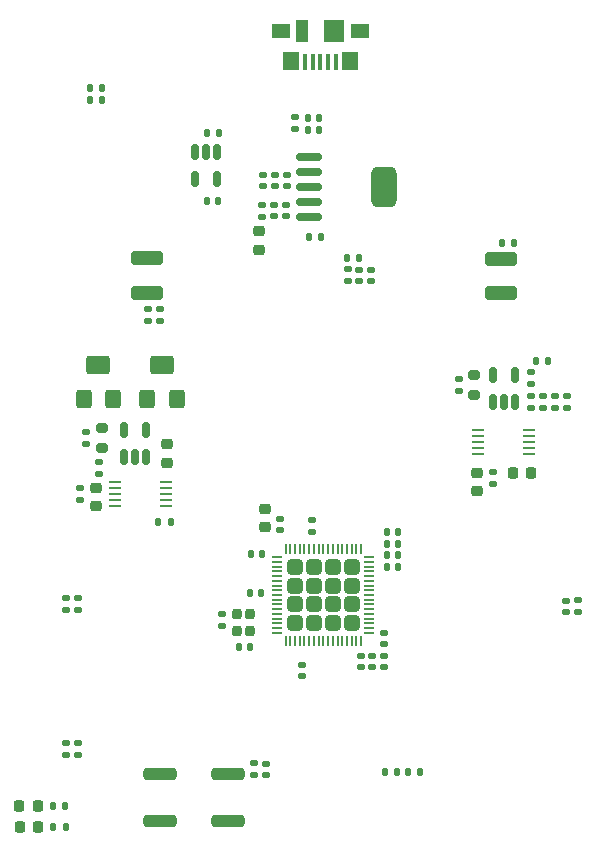
<source format=gbr>
%TF.GenerationSoftware,KiCad,Pcbnew,9.0.6*%
%TF.CreationDate,2026-01-25T18:40:06+01:00*%
%TF.ProjectId,dispo-board,64697370-6f2d-4626-9f61-72642e6b6963,rev?*%
%TF.SameCoordinates,Original*%
%TF.FileFunction,Paste,Top*%
%TF.FilePolarity,Positive*%
%FSLAX46Y46*%
G04 Gerber Fmt 4.6, Leading zero omitted, Abs format (unit mm)*
G04 Created by KiCad (PCBNEW 9.0.6) date 2026-01-25 18:40:06*
%MOMM*%
%LPD*%
G01*
G04 APERTURE LIST*
G04 Aperture macros list*
%AMRoundRect*
0 Rectangle with rounded corners*
0 $1 Rounding radius*
0 $2 $3 $4 $5 $6 $7 $8 $9 X,Y pos of 4 corners*
0 Add a 4 corners polygon primitive as box body*
4,1,4,$2,$3,$4,$5,$6,$7,$8,$9,$2,$3,0*
0 Add four circle primitives for the rounded corners*
1,1,$1+$1,$2,$3*
1,1,$1+$1,$4,$5*
1,1,$1+$1,$6,$7*
1,1,$1+$1,$8,$9*
0 Add four rect primitives between the rounded corners*
20,1,$1+$1,$2,$3,$4,$5,0*
20,1,$1+$1,$4,$5,$6,$7,0*
20,1,$1+$1,$6,$7,$8,$9,0*
20,1,$1+$1,$8,$9,$2,$3,0*%
G04 Aperture macros list end*
%ADD10RoundRect,0.140000X-0.170000X0.140000X-0.170000X-0.140000X0.170000X-0.140000X0.170000X0.140000X0*%
%ADD11RoundRect,0.200000X-0.200000X0.250000X-0.200000X-0.250000X0.200000X-0.250000X0.200000X0.250000X0*%
%ADD12RoundRect,0.135000X-0.135000X-0.185000X0.135000X-0.185000X0.135000X0.185000X-0.135000X0.185000X0*%
%ADD13RoundRect,0.140000X0.140000X0.170000X-0.140000X0.170000X-0.140000X-0.170000X0.140000X-0.170000X0*%
%ADD14RoundRect,0.140000X-0.140000X-0.170000X0.140000X-0.170000X0.140000X0.170000X-0.140000X0.170000X0*%
%ADD15RoundRect,0.150000X0.150000X-0.512500X0.150000X0.512500X-0.150000X0.512500X-0.150000X-0.512500X0*%
%ADD16RoundRect,0.140000X0.170000X-0.140000X0.170000X0.140000X-0.170000X0.140000X-0.170000X-0.140000X0*%
%ADD17RoundRect,0.200000X0.275000X-0.200000X0.275000X0.200000X-0.275000X0.200000X-0.275000X-0.200000X0*%
%ADD18RoundRect,0.249999X-0.395001X-0.395001X0.395001X-0.395001X0.395001X0.395001X-0.395001X0.395001X0*%
%ADD19RoundRect,0.062500X-0.400000X-0.062500X0.400000X-0.062500X0.400000X0.062500X-0.400000X0.062500X0*%
%ADD20RoundRect,0.062500X-0.062500X-0.400000X0.062500X-0.400000X0.062500X0.400000X-0.062500X0.400000X0*%
%ADD21R,0.450000X1.380000*%
%ADD22R,1.650000X1.300000*%
%ADD23R,1.425000X1.550000*%
%ADD24R,1.800000X1.900000*%
%ADD25R,1.000000X1.900000*%
%ADD26RoundRect,0.135000X-0.185000X0.135000X-0.185000X-0.135000X0.185000X-0.135000X0.185000X0.135000X0*%
%ADD27RoundRect,0.150000X-0.950000X-0.150000X0.950000X-0.150000X0.950000X0.150000X-0.950000X0.150000X0*%
%ADD28RoundRect,0.537500X-0.537500X-1.187500X0.537500X-1.187500X0.537500X1.187500X-0.537500X1.187500X0*%
%ADD29RoundRect,0.218750X0.256250X-0.218750X0.256250X0.218750X-0.256250X0.218750X-0.256250X-0.218750X0*%
%ADD30RoundRect,0.225000X-0.250000X0.225000X-0.250000X-0.225000X0.250000X-0.225000X0.250000X0.225000X0*%
%ADD31RoundRect,0.218750X0.218750X0.256250X-0.218750X0.256250X-0.218750X-0.256250X0.218750X-0.256250X0*%
%ADD32RoundRect,0.135000X0.185000X-0.135000X0.185000X0.135000X-0.185000X0.135000X-0.185000X-0.135000X0*%
%ADD33R,1.100000X0.250000*%
%ADD34RoundRect,0.250000X0.400000X0.550000X-0.400000X0.550000X-0.400000X-0.550000X0.400000X-0.550000X0*%
%ADD35RoundRect,0.250000X0.750000X0.550000X-0.750000X0.550000X-0.750000X-0.550000X0.750000X-0.550000X0*%
%ADD36RoundRect,0.225000X0.250000X-0.225000X0.250000X0.225000X-0.250000X0.225000X-0.250000X-0.225000X0*%
%ADD37RoundRect,0.135000X0.135000X0.185000X-0.135000X0.185000X-0.135000X-0.185000X0.135000X-0.185000X0*%
%ADD38RoundRect,0.250000X1.100000X-0.325000X1.100000X0.325000X-1.100000X0.325000X-1.100000X-0.325000X0*%
%ADD39RoundRect,0.225000X0.225000X0.250000X-0.225000X0.250000X-0.225000X-0.250000X0.225000X-0.250000X0*%
%ADD40RoundRect,0.150000X-0.150000X0.512500X-0.150000X-0.512500X0.150000X-0.512500X0.150000X0.512500X0*%
%ADD41RoundRect,0.250000X-1.150000X-0.250000X1.150000X-0.250000X1.150000X0.250000X-1.150000X0.250000X0*%
G04 APERTURE END LIST*
D10*
%TO.C,C34*%
X64000000Y-45500000D03*
X64000000Y-46460000D03*
%TD*%
%TO.C,C2*%
X65100000Y-78220000D03*
X65100000Y-79180000D03*
%TD*%
D11*
%TO.C,Y1*%
X52650000Y-74700000D03*
X52650000Y-76100000D03*
X53750000Y-76100000D03*
X53750000Y-74700000D03*
%TD*%
D12*
%TO.C,R11*%
X45990000Y-66900000D03*
X47010000Y-66900000D03*
%TD*%
D13*
%TO.C,C11*%
X54780000Y-69575000D03*
X53820000Y-69575000D03*
%TD*%
%TO.C,C36*%
X51080288Y-33977569D03*
X50120288Y-33977569D03*
%TD*%
D14*
%TO.C,C8*%
X65320000Y-70700000D03*
X66280000Y-70700000D03*
%TD*%
D10*
%TO.C,C1*%
X65104541Y-76253046D03*
X65104541Y-77213046D03*
%TD*%
%TO.C,C20*%
X39200000Y-85620000D03*
X39200000Y-86580000D03*
%TD*%
D15*
%TO.C,U5*%
X43050000Y-61387500D03*
X44000000Y-61387500D03*
X44950000Y-61387500D03*
X44950000Y-59112500D03*
X43050000Y-59112500D03*
%TD*%
D16*
%TO.C,C27*%
X40945204Y-62766285D03*
X40945204Y-61806285D03*
%TD*%
D17*
%TO.C,R15*%
X72685741Y-56090041D03*
X72685741Y-54440041D03*
%TD*%
D18*
%TO.C,U1*%
X57550000Y-70650000D03*
X57550000Y-72250000D03*
X57550000Y-73850000D03*
X57550000Y-75450000D03*
X59150000Y-70650000D03*
X59150000Y-72250000D03*
X59150000Y-73850000D03*
X59150000Y-75450000D03*
X60750000Y-70650000D03*
X60750000Y-72250000D03*
X60750000Y-73850000D03*
X60750000Y-75450000D03*
X62350000Y-70650000D03*
X62350000Y-72250000D03*
X62350000Y-73850000D03*
X62350000Y-75450000D03*
D19*
X56062500Y-69850000D03*
X56062500Y-70250000D03*
X56062500Y-70650000D03*
X56062500Y-71050000D03*
X56062500Y-71450000D03*
X56062500Y-71850000D03*
X56062500Y-72250000D03*
X56062500Y-72650000D03*
X56062500Y-73050000D03*
X56062500Y-73450000D03*
X56062500Y-73850000D03*
X56062500Y-74250000D03*
X56062500Y-74650000D03*
X56062500Y-75050000D03*
X56062500Y-75450000D03*
X56062500Y-75850000D03*
X56062500Y-76250000D03*
D20*
X56750000Y-76937500D03*
X57150000Y-76937500D03*
X57550000Y-76937500D03*
X57950000Y-76937500D03*
X58350000Y-76937500D03*
X58750000Y-76937500D03*
X59150000Y-76937500D03*
X59550000Y-76937500D03*
X59950000Y-76937500D03*
X60350000Y-76937500D03*
X60750000Y-76937500D03*
X61150000Y-76937500D03*
X61550000Y-76937500D03*
X61950000Y-76937500D03*
X62350000Y-76937500D03*
X62750000Y-76937500D03*
X63150000Y-76937500D03*
D19*
X63837500Y-76250000D03*
X63837500Y-75850000D03*
X63837500Y-75450000D03*
X63837500Y-75050000D03*
X63837500Y-74650000D03*
X63837500Y-74250000D03*
X63837500Y-73850000D03*
X63837500Y-73450000D03*
X63837500Y-73050000D03*
X63837500Y-72650000D03*
X63837500Y-72250000D03*
X63837500Y-71850000D03*
X63837500Y-71450000D03*
X63837500Y-71050000D03*
X63837500Y-70650000D03*
X63837500Y-70250000D03*
X63837500Y-69850000D03*
D20*
X63150000Y-69162500D03*
X62750000Y-69162500D03*
X62350000Y-69162500D03*
X61950000Y-69162500D03*
X61550000Y-69162500D03*
X61150000Y-69162500D03*
X60750000Y-69162500D03*
X60350000Y-69162500D03*
X59950000Y-69162500D03*
X59550000Y-69162500D03*
X59150000Y-69162500D03*
X58750000Y-69162500D03*
X58350000Y-69162500D03*
X57950000Y-69162500D03*
X57550000Y-69162500D03*
X57150000Y-69162500D03*
X56750000Y-69162500D03*
%TD*%
D21*
%TO.C,J14*%
X61000000Y-27960000D03*
X60350000Y-27960000D03*
X59700000Y-27960000D03*
X59050000Y-27960000D03*
X58400000Y-27960000D03*
D22*
X63075000Y-25300000D03*
D23*
X62187500Y-27875000D03*
D24*
X60850000Y-25300000D03*
D25*
X58150000Y-25300000D03*
D23*
X57212500Y-27875000D03*
D22*
X56325000Y-25300000D03*
%TD*%
D12*
%TO.C,R19*%
X75040000Y-43250000D03*
X76060000Y-43250000D03*
%TD*%
D10*
%TO.C,C7*%
X64100000Y-78220000D03*
X64100000Y-79180000D03*
%TD*%
D26*
%TO.C,R22*%
X54750000Y-40010000D03*
X54750000Y-41030000D03*
%TD*%
D13*
%TO.C,C10*%
X54680000Y-72900000D03*
X53720000Y-72900000D03*
%TD*%
D27*
%TO.C,U7*%
X58750000Y-35980000D03*
X58750000Y-37250000D03*
X58750000Y-38520000D03*
X58750000Y-39790000D03*
X58750000Y-41060000D03*
D28*
X65050000Y-38520000D03*
%TD*%
D10*
%TO.C,C17*%
X80500000Y-73520000D03*
X80500000Y-74480000D03*
%TD*%
D12*
%TO.C,R2*%
X37090000Y-90900000D03*
X38110000Y-90900000D03*
%TD*%
D29*
%TO.C,D3*%
X54500000Y-43807500D03*
X54500000Y-42232500D03*
%TD*%
D17*
%TO.C,R16*%
X41186679Y-60574196D03*
X41186679Y-58924196D03*
%TD*%
D10*
%TO.C,C4*%
X63100000Y-78220000D03*
X63100000Y-79180000D03*
%TD*%
D14*
%TO.C,C40*%
X58627775Y-33650615D03*
X59587775Y-33650615D03*
%TD*%
D30*
%TO.C,C23*%
X40667599Y-63995878D03*
X40667599Y-65545878D03*
%TD*%
D31*
%TO.C,D1*%
X35787500Y-90900000D03*
X34212500Y-90900000D03*
%TD*%
D13*
%TO.C,C16*%
X53746267Y-77424557D03*
X52786267Y-77424557D03*
%TD*%
D10*
%TO.C,C14*%
X51362519Y-74702289D03*
X51362519Y-75662289D03*
%TD*%
D32*
%TO.C,R1*%
X59025000Y-67685000D03*
X59025000Y-66665000D03*
%TD*%
D33*
%TO.C,U2*%
X46650000Y-65500000D03*
X46650000Y-65000000D03*
X46650000Y-64500000D03*
X46650000Y-64000000D03*
X46650000Y-63500000D03*
X42350000Y-63500000D03*
X42350000Y-64000000D03*
X42350000Y-64500000D03*
X42350000Y-65000000D03*
X42350000Y-65500000D03*
%TD*%
D13*
%TO.C,C42*%
X51030000Y-39700000D03*
X50070000Y-39700000D03*
%TD*%
D32*
%TO.C,R13*%
X79600000Y-57210000D03*
X79600000Y-56190000D03*
%TD*%
D12*
%TO.C,R7*%
X65129043Y-88000000D03*
X66149043Y-88000000D03*
%TD*%
D10*
%TO.C,C44*%
X56750000Y-40040000D03*
X56750000Y-41000000D03*
%TD*%
D31*
%TO.C,D2*%
X35800000Y-92700000D03*
X34225000Y-92700000D03*
%TD*%
D10*
%TO.C,C9*%
X58147773Y-78945000D03*
X58147773Y-79905000D03*
%TD*%
D34*
%TO.C,RV2*%
X39650000Y-56476481D03*
D35*
X40900000Y-53576481D03*
D34*
X42150000Y-56476481D03*
%TD*%
D10*
%TO.C,C43*%
X62017833Y-45490034D03*
X62017833Y-46450034D03*
%TD*%
D26*
%TO.C,R9*%
X38200000Y-73290000D03*
X38200000Y-74310000D03*
%TD*%
D36*
%TO.C,C13*%
X55000000Y-67300000D03*
X55000000Y-65750000D03*
%TD*%
D16*
%TO.C,C15*%
X55100000Y-88280000D03*
X55100000Y-87320000D03*
%TD*%
D10*
%TO.C,C19*%
X39200000Y-73320000D03*
X39200000Y-74280000D03*
%TD*%
D32*
%TO.C,R17*%
X77544848Y-55188701D03*
X77544848Y-54168701D03*
%TD*%
%TO.C,R20*%
X46100000Y-49835000D03*
X46100000Y-48815000D03*
%TD*%
D37*
%TO.C,R8*%
X41210000Y-30100000D03*
X40190000Y-30100000D03*
%TD*%
D26*
%TO.C,R21*%
X45100000Y-48815000D03*
X45100000Y-49835000D03*
%TD*%
D10*
%TO.C,C33*%
X56838197Y-37477251D03*
X56838197Y-38437251D03*
%TD*%
%TO.C,C39*%
X54838197Y-37477251D03*
X54838197Y-38437251D03*
%TD*%
%TO.C,C29*%
X71435741Y-54785041D03*
X71435741Y-55745041D03*
%TD*%
D26*
%TO.C,FB1*%
X57546470Y-32588154D03*
X57546470Y-33608154D03*
%TD*%
%TO.C,R10*%
X38200000Y-85590000D03*
X38200000Y-86610000D03*
%TD*%
D10*
%TO.C,C30*%
X39889524Y-59274308D03*
X39889524Y-60234308D03*
%TD*%
D38*
%TO.C,C31*%
X74950000Y-47525000D03*
X74950000Y-44575000D03*
%TD*%
D10*
%TO.C,C22*%
X74284962Y-62679728D03*
X74284962Y-63639728D03*
%TD*%
D37*
%TO.C,R6*%
X68110000Y-88000000D03*
X67090000Y-88000000D03*
%TD*%
D34*
%TO.C,RV1*%
X45023621Y-56473561D03*
D35*
X46273621Y-53573561D03*
D34*
X47523621Y-56473561D03*
%TD*%
D14*
%TO.C,C5*%
X65320000Y-69700000D03*
X66280000Y-69700000D03*
%TD*%
D32*
%TO.C,R14*%
X78570167Y-57242862D03*
X78570167Y-56222862D03*
%TD*%
D10*
%TO.C,C45*%
X55750000Y-40040000D03*
X55750000Y-41000000D03*
%TD*%
D26*
%TO.C,R12*%
X80600000Y-56190000D03*
X80600000Y-57210000D03*
%TD*%
D16*
%TO.C,C12*%
X56250000Y-67580000D03*
X56250000Y-66620000D03*
%TD*%
D12*
%TO.C,R18*%
X77990000Y-53250000D03*
X79010000Y-53250000D03*
%TD*%
D38*
%TO.C,C32*%
X45000000Y-47500000D03*
X45000000Y-44550000D03*
%TD*%
D39*
%TO.C,C25*%
X77525000Y-62705867D03*
X75975000Y-62705867D03*
%TD*%
D13*
%TO.C,C18*%
X41180000Y-31100000D03*
X40220000Y-31100000D03*
%TD*%
D36*
%TO.C,C26*%
X46679268Y-61853453D03*
X46679268Y-60303453D03*
%TD*%
D14*
%TO.C,C6*%
X65320000Y-67700000D03*
X66280000Y-67700000D03*
%TD*%
D26*
%TO.C,R3*%
X54100000Y-87290000D03*
X54100000Y-88310000D03*
%TD*%
D10*
%TO.C,C35*%
X55838197Y-37477251D03*
X55838197Y-38437251D03*
%TD*%
%TO.C,C21*%
X39352628Y-64023665D03*
X39352628Y-64983665D03*
%TD*%
%TO.C,C38*%
X63002157Y-45493953D03*
X63002157Y-46453953D03*
%TD*%
D40*
%TO.C,U6*%
X50950000Y-35562500D03*
X50000000Y-35562500D03*
X49050000Y-35562500D03*
X49050000Y-37837500D03*
X50950000Y-37837500D03*
%TD*%
D14*
%TO.C,C37*%
X58627775Y-32635709D03*
X59587775Y-32635709D03*
%TD*%
%TO.C,C41*%
X58752599Y-42721370D03*
X59712599Y-42721370D03*
%TD*%
D15*
%TO.C,U4*%
X74300000Y-56731633D03*
X75250000Y-56731633D03*
X76200000Y-56731633D03*
X76200000Y-54456633D03*
X74300000Y-54456633D03*
%TD*%
D30*
%TO.C,C24*%
X72975297Y-62690147D03*
X72975297Y-64240147D03*
%TD*%
D41*
%TO.C,SW1*%
X46100000Y-88200000D03*
X51900000Y-88200000D03*
X46100000Y-92200000D03*
X51900000Y-92200000D03*
%TD*%
D10*
%TO.C,C28*%
X77514396Y-56229269D03*
X77514396Y-57189269D03*
%TD*%
D12*
%TO.C,R4*%
X37102500Y-92700000D03*
X38122500Y-92700000D03*
%TD*%
D33*
%TO.C,U3*%
X73050000Y-59100000D03*
X73050000Y-59600000D03*
X73050000Y-60100000D03*
X73050000Y-60600000D03*
X73050000Y-61100000D03*
X77350000Y-61100000D03*
X77350000Y-60600000D03*
X77350000Y-60100000D03*
X77350000Y-59600000D03*
X77350000Y-59100000D03*
%TD*%
D14*
%TO.C,C3*%
X65300000Y-68700000D03*
X66260000Y-68700000D03*
%TD*%
D37*
%TO.C,FB2*%
X63007736Y-44494147D03*
X61987736Y-44494147D03*
%TD*%
D26*
%TO.C,R5*%
X81500000Y-73490000D03*
X81500000Y-74510000D03*
%TD*%
M02*

</source>
